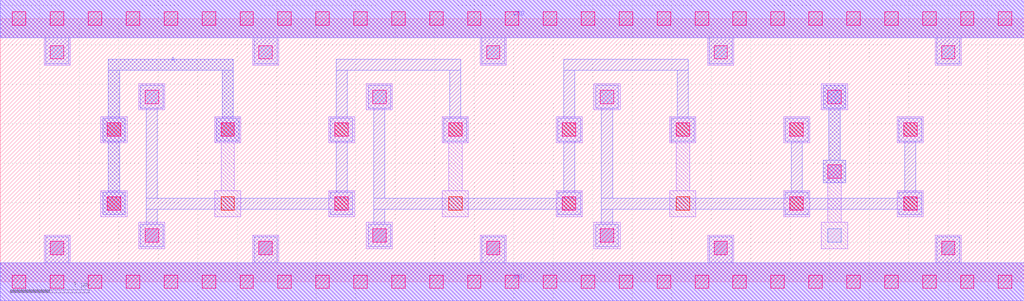
<source format=lef>
MACRO CLKBUF1
 CLASS CORE ;
 FOREIGN CLKBUF1 0 0 ;
 SIZE 12.96 BY 3.33 ;
 ORIGIN 0 0 ;
 SYMMETRY X Y R90 ;
 SITE unit ;
  PIN VDD
   DIRECTION INOUT ;
   USE POWER ;
   SHAPE ABUTMENT ;
    PORT
     CLASS CORE ;
       LAYER li1 ;
        RECT 0.00000000 3.09000000 12.96000000 3.57000000 ;
       LAYER met1 ;
        RECT 0.00000000 3.09000000 12.96000000 3.57000000 ;
    END
  END VDD

  PIN GND
   DIRECTION INOUT ;
   USE POWER ;
   SHAPE ABUTMENT ;
    PORT
     CLASS CORE ;
       LAYER li1 ;
        RECT 0.00000000 -0.24000000 12.96000000 0.24000000 ;
       LAYER met1 ;
        RECT 0.00000000 -0.24000000 12.96000000 0.24000000 ;
    END
  END GND

  PIN Y
   DIRECTION INOUT ;
   USE SIGNAL ;
   SHAPE ABUTMENT ;
    PORT
     CLASS CORE ;
       LAYER met1 ;
        RECT 10.41500000 1.25000000 10.70500000 1.54000000 ;
        RECT 10.49000000 1.54000000 10.63000000 2.19500000 ;
        RECT 10.41500000 2.19500000 10.70500000 2.48500000 ;
    END
  END Y

  PIN A
   DIRECTION INOUT ;
   USE SIGNAL ;
   SHAPE ABUTMENT ;
    PORT
     CLASS CORE ;
       LAYER met1 ;
        RECT 1.29500000 0.84500000 1.58500000 1.13500000 ;
        RECT 1.37000000 1.13500000 1.51000000 1.78000000 ;
        RECT 1.29500000 1.78000000 1.58500000 2.07000000 ;
        RECT 2.73500000 1.78000000 3.02500000 2.07000000 ;
        RECT 1.37000000 2.07000000 1.51000000 2.67500000 ;
        RECT 2.81000000 2.07000000 2.95000000 2.67500000 ;
        RECT 1.37000000 2.67500000 2.95000000 2.81500000 ;
    END
  END A

 OBS
    LAYER polycont ;
     RECT 1.35500000 0.90500000 1.52500000 1.07500000 ;
     RECT 2.79500000 0.90500000 2.96500000 1.07500000 ;
     RECT 4.23500000 0.90500000 4.40500000 1.07500000 ;
     RECT 5.67500000 0.90500000 5.84500000 1.07500000 ;
     RECT 7.11500000 0.90500000 7.28500000 1.07500000 ;
     RECT 8.55500000 0.90500000 8.72500000 1.07500000 ;
     RECT 9.99500000 0.90500000 10.16500000 1.07500000 ;
     RECT 11.43500000 0.90500000 11.60500000 1.07500000 ;
     RECT 1.35500000 1.84000000 1.52500000 2.01000000 ;
     RECT 2.79500000 1.84000000 2.96500000 2.01000000 ;
     RECT 4.23500000 1.84000000 4.40500000 2.01000000 ;
     RECT 5.67500000 1.84000000 5.84500000 2.01000000 ;
     RECT 7.11500000 1.84000000 7.28500000 2.01000000 ;
     RECT 8.55500000 1.84000000 8.72500000 2.01000000 ;
     RECT 9.99500000 1.84000000 10.16500000 2.01000000 ;
     RECT 11.43500000 1.84000000 11.60500000 2.01000000 ;

    LAYER pdiffc ;
     RECT 1.83500000 2.25500000 2.00500000 2.42500000 ;
     RECT 4.71500000 2.25500000 4.88500000 2.42500000 ;
     RECT 7.59500000 2.25500000 7.76500000 2.42500000 ;
     RECT 10.47500000 2.25500000 10.64500000 2.42500000 ;
     RECT 0.63500000 2.82000000 0.80500000 2.99000000 ;
     RECT 3.27500000 2.82000000 3.44500000 2.99000000 ;
     RECT 6.15500000 2.82000000 6.32500000 2.99000000 ;
     RECT 9.03500000 2.82000000 9.20500000 2.99000000 ;
     RECT 11.91500000 2.82000000 12.08500000 2.99000000 ;

    LAYER ndiffc ;
     RECT 0.63500000 0.34000000 0.80500000 0.51000000 ;
     RECT 3.27500000 0.34000000 3.44500000 0.51000000 ;
     RECT 6.15500000 0.34000000 6.32500000 0.51000000 ;
     RECT 9.03500000 0.34000000 9.20500000 0.51000000 ;
     RECT 11.91500000 0.34000000 12.08500000 0.51000000 ;
     RECT 1.83500000 0.50000000 2.00500000 0.67000000 ;
     RECT 4.71500000 0.50000000 4.88500000 0.67000000 ;
     RECT 7.59500000 0.50000000 7.76500000 0.67000000 ;
     RECT 10.47500000 0.50000000 10.64500000 0.67000000 ;

    LAYER li1 ;
     RECT 0.00000000 -0.24000000 12.96000000 0.24000000 ;
     RECT 0.55500000 0.24000000 0.88500000 0.59000000 ;
     RECT 3.19500000 0.24000000 3.52500000 0.59000000 ;
     RECT 6.07500000 0.24000000 6.40500000 0.59000000 ;
     RECT 8.95500000 0.24000000 9.28500000 0.59000000 ;
     RECT 11.83500000 0.24000000 12.16500000 0.59000000 ;
     RECT 1.75500000 0.42000000 2.08500000 0.75000000 ;
     RECT 4.63500000 0.42000000 4.96500000 0.75000000 ;
     RECT 7.51500000 0.42000000 7.84500000 0.75000000 ;
     RECT 1.27500000 0.82500000 1.60500000 1.15500000 ;
     RECT 4.15500000 0.82500000 4.48500000 1.15500000 ;
     RECT 7.03500000 0.82500000 7.36500000 1.15500000 ;
     RECT 9.91500000 0.82500000 10.24500000 1.15500000 ;
     RECT 11.35500000 0.82500000 11.68500000 1.15500000 ;
     RECT 10.39500000 0.42000000 10.72500000 0.75000000 ;
     RECT 10.47500000 0.75000000 10.64500000 1.48000000 ;
     RECT 1.27500000 1.76000000 1.60500000 2.09000000 ;
     RECT 2.71500000 0.82500000 3.04500000 1.15500000 ;
     RECT 2.79500000 1.15500000 2.96500000 1.76000000 ;
     RECT 2.71500000 1.76000000 3.04500000 2.09000000 ;
     RECT 4.15500000 1.76000000 4.48500000 2.09000000 ;
     RECT 5.59500000 0.82500000 5.92500000 1.15500000 ;
     RECT 5.67500000 1.15500000 5.84500000 1.76000000 ;
     RECT 5.59500000 1.76000000 5.92500000 2.09000000 ;
     RECT 7.03500000 1.76000000 7.36500000 2.09000000 ;
     RECT 8.47500000 0.82500000 8.80500000 1.15500000 ;
     RECT 8.55500000 1.15500000 8.72500000 1.76000000 ;
     RECT 8.47500000 1.76000000 8.80500000 2.09000000 ;
     RECT 9.91500000 1.76000000 10.24500000 2.09000000 ;
     RECT 11.35500000 1.76000000 11.68500000 2.09000000 ;
     RECT 1.75500000 2.17500000 2.08500000 2.50500000 ;
     RECT 4.63500000 2.17500000 4.96500000 2.50500000 ;
     RECT 7.51500000 2.17500000 7.84500000 2.50500000 ;
     RECT 10.39500000 2.17500000 10.72500000 2.50500000 ;
     RECT 0.55500000 2.74000000 0.88500000 3.09000000 ;
     RECT 3.19500000 2.74000000 3.52500000 3.09000000 ;
     RECT 6.07500000 2.74000000 6.40500000 3.09000000 ;
     RECT 8.95500000 2.74000000 9.28500000 3.09000000 ;
     RECT 11.83500000 2.74000000 12.16500000 3.09000000 ;
     RECT 0.00000000 3.09000000 12.96000000 3.57000000 ;

    LAYER viali ;
     RECT 0.15500000 -0.08500000 0.32500000 0.08500000 ;
     RECT 0.63500000 -0.08500000 0.80500000 0.08500000 ;
     RECT 1.11500000 -0.08500000 1.28500000 0.08500000 ;
     RECT 1.59500000 -0.08500000 1.76500000 0.08500000 ;
     RECT 2.07500000 -0.08500000 2.24500000 0.08500000 ;
     RECT 2.55500000 -0.08500000 2.72500000 0.08500000 ;
     RECT 3.03500000 -0.08500000 3.20500000 0.08500000 ;
     RECT 3.51500000 -0.08500000 3.68500000 0.08500000 ;
     RECT 3.99500000 -0.08500000 4.16500000 0.08500000 ;
     RECT 4.47500000 -0.08500000 4.64500000 0.08500000 ;
     RECT 4.95500000 -0.08500000 5.12500000 0.08500000 ;
     RECT 5.43500000 -0.08500000 5.60500000 0.08500000 ;
     RECT 5.91500000 -0.08500000 6.08500000 0.08500000 ;
     RECT 6.39500000 -0.08500000 6.56500000 0.08500000 ;
     RECT 6.87500000 -0.08500000 7.04500000 0.08500000 ;
     RECT 7.35500000 -0.08500000 7.52500000 0.08500000 ;
     RECT 7.83500000 -0.08500000 8.00500000 0.08500000 ;
     RECT 8.31500000 -0.08500000 8.48500000 0.08500000 ;
     RECT 8.79500000 -0.08500000 8.96500000 0.08500000 ;
     RECT 9.27500000 -0.08500000 9.44500000 0.08500000 ;
     RECT 9.75500000 -0.08500000 9.92500000 0.08500000 ;
     RECT 10.23500000 -0.08500000 10.40500000 0.08500000 ;
     RECT 10.71500000 -0.08500000 10.88500000 0.08500000 ;
     RECT 11.19500000 -0.08500000 11.36500000 0.08500000 ;
     RECT 11.67500000 -0.08500000 11.84500000 0.08500000 ;
     RECT 12.15500000 -0.08500000 12.32500000 0.08500000 ;
     RECT 12.63500000 -0.08500000 12.80500000 0.08500000 ;
     RECT 0.63500000 0.34000000 0.80500000 0.51000000 ;
     RECT 3.27500000 0.34000000 3.44500000 0.51000000 ;
     RECT 6.15500000 0.34000000 6.32500000 0.51000000 ;
     RECT 9.03500000 0.34000000 9.20500000 0.51000000 ;
     RECT 11.91500000 0.34000000 12.08500000 0.51000000 ;
     RECT 1.83500000 0.50000000 2.00500000 0.67000000 ;
     RECT 4.71500000 0.50000000 4.88500000 0.67000000 ;
     RECT 7.59500000 0.50000000 7.76500000 0.67000000 ;
     RECT 1.35500000 0.90500000 1.52500000 1.07500000 ;
     RECT 4.23500000 0.90500000 4.40500000 1.07500000 ;
     RECT 7.11500000 0.90500000 7.28500000 1.07500000 ;
     RECT 9.99500000 0.90500000 10.16500000 1.07500000 ;
     RECT 11.43500000 0.90500000 11.60500000 1.07500000 ;
     RECT 10.47500000 1.31000000 10.64500000 1.48000000 ;
     RECT 1.35500000 1.84000000 1.52500000 2.01000000 ;
     RECT 2.79500000 1.84000000 2.96500000 2.01000000 ;
     RECT 4.23500000 1.84000000 4.40500000 2.01000000 ;
     RECT 5.67500000 1.84000000 5.84500000 2.01000000 ;
     RECT 7.11500000 1.84000000 7.28500000 2.01000000 ;
     RECT 8.55500000 1.84000000 8.72500000 2.01000000 ;
     RECT 9.99500000 1.84000000 10.16500000 2.01000000 ;
     RECT 11.43500000 1.84000000 11.60500000 2.01000000 ;
     RECT 1.83500000 2.25500000 2.00500000 2.42500000 ;
     RECT 4.71500000 2.25500000 4.88500000 2.42500000 ;
     RECT 7.59500000 2.25500000 7.76500000 2.42500000 ;
     RECT 10.47500000 2.25500000 10.64500000 2.42500000 ;
     RECT 0.63500000 2.82000000 0.80500000 2.99000000 ;
     RECT 3.27500000 2.82000000 3.44500000 2.99000000 ;
     RECT 6.15500000 2.82000000 6.32500000 2.99000000 ;
     RECT 9.03500000 2.82000000 9.20500000 2.99000000 ;
     RECT 11.91500000 2.82000000 12.08500000 2.99000000 ;
     RECT 0.15500000 3.24500000 0.32500000 3.41500000 ;
     RECT 0.63500000 3.24500000 0.80500000 3.41500000 ;
     RECT 1.11500000 3.24500000 1.28500000 3.41500000 ;
     RECT 1.59500000 3.24500000 1.76500000 3.41500000 ;
     RECT 2.07500000 3.24500000 2.24500000 3.41500000 ;
     RECT 2.55500000 3.24500000 2.72500000 3.41500000 ;
     RECT 3.03500000 3.24500000 3.20500000 3.41500000 ;
     RECT 3.51500000 3.24500000 3.68500000 3.41500000 ;
     RECT 3.99500000 3.24500000 4.16500000 3.41500000 ;
     RECT 4.47500000 3.24500000 4.64500000 3.41500000 ;
     RECT 4.95500000 3.24500000 5.12500000 3.41500000 ;
     RECT 5.43500000 3.24500000 5.60500000 3.41500000 ;
     RECT 5.91500000 3.24500000 6.08500000 3.41500000 ;
     RECT 6.39500000 3.24500000 6.56500000 3.41500000 ;
     RECT 6.87500000 3.24500000 7.04500000 3.41500000 ;
     RECT 7.35500000 3.24500000 7.52500000 3.41500000 ;
     RECT 7.83500000 3.24500000 8.00500000 3.41500000 ;
     RECT 8.31500000 3.24500000 8.48500000 3.41500000 ;
     RECT 8.79500000 3.24500000 8.96500000 3.41500000 ;
     RECT 9.27500000 3.24500000 9.44500000 3.41500000 ;
     RECT 9.75500000 3.24500000 9.92500000 3.41500000 ;
     RECT 10.23500000 3.24500000 10.40500000 3.41500000 ;
     RECT 10.71500000 3.24500000 10.88500000 3.41500000 ;
     RECT 11.19500000 3.24500000 11.36500000 3.41500000 ;
     RECT 11.67500000 3.24500000 11.84500000 3.41500000 ;
     RECT 12.15500000 3.24500000 12.32500000 3.41500000 ;
     RECT 12.63500000 3.24500000 12.80500000 3.41500000 ;

    LAYER met1 ;
     RECT 0.00000000 -0.24000000 12.96000000 0.24000000 ;
     RECT 0.57500000 0.24000000 0.86500000 0.57000000 ;
     RECT 3.21500000 0.24000000 3.50500000 0.57000000 ;
     RECT 6.09500000 0.24000000 6.38500000 0.57000000 ;
     RECT 8.97500000 0.24000000 9.26500000 0.57000000 ;
     RECT 11.85500000 0.24000000 12.14500000 0.57000000 ;
     RECT 7.53500000 0.44000000 7.82500000 0.73000000 ;
     RECT 7.61000000 0.73000000 7.75000000 0.92000000 ;
     RECT 9.93500000 0.84500000 10.22500000 0.92000000 ;
     RECT 11.37500000 0.84500000 11.66500000 0.92000000 ;
     RECT 7.61000000 0.92000000 11.66500000 1.06000000 ;
     RECT 9.93500000 1.06000000 10.22500000 1.13500000 ;
     RECT 11.37500000 1.06000000 11.66500000 1.13500000 ;
     RECT 10.01000000 1.13500000 10.15000000 1.78000000 ;
     RECT 11.45000000 1.13500000 11.59000000 1.78000000 ;
     RECT 9.93500000 1.78000000 10.22500000 2.07000000 ;
     RECT 11.37500000 1.78000000 11.66500000 2.07000000 ;
     RECT 7.61000000 1.06000000 7.75000000 2.19500000 ;
     RECT 7.53500000 2.19500000 7.82500000 2.48500000 ;
     RECT 10.41500000 1.25000000 10.70500000 1.54000000 ;
     RECT 10.49000000 1.54000000 10.63000000 2.19500000 ;
     RECT 10.41500000 2.19500000 10.70500000 2.48500000 ;
     RECT 1.29500000 0.84500000 1.58500000 1.13500000 ;
     RECT 1.37000000 1.13500000 1.51000000 1.78000000 ;
     RECT 1.29500000 1.78000000 1.58500000 2.07000000 ;
     RECT 2.73500000 1.78000000 3.02500000 2.07000000 ;
     RECT 1.37000000 2.07000000 1.51000000 2.67500000 ;
     RECT 2.81000000 2.07000000 2.95000000 2.67500000 ;
     RECT 1.37000000 2.67500000 2.95000000 2.81500000 ;
     RECT 1.77500000 0.44000000 2.06500000 0.73000000 ;
     RECT 1.85000000 0.73000000 1.99000000 0.92000000 ;
     RECT 4.17500000 0.84500000 4.46500000 0.92000000 ;
     RECT 1.85000000 0.92000000 4.46500000 1.06000000 ;
     RECT 4.17500000 1.06000000 4.46500000 1.13500000 ;
     RECT 4.25000000 1.13500000 4.39000000 1.78000000 ;
     RECT 4.17500000 1.78000000 4.46500000 2.07000000 ;
     RECT 5.61500000 1.78000000 5.90500000 2.07000000 ;
     RECT 1.85000000 1.06000000 1.99000000 2.19500000 ;
     RECT 1.77500000 2.19500000 2.06500000 2.48500000 ;
     RECT 4.25000000 2.07000000 4.39000000 2.67500000 ;
     RECT 5.69000000 2.07000000 5.83000000 2.67500000 ;
     RECT 4.25000000 2.67500000 5.83000000 2.81500000 ;
     RECT 4.65500000 0.44000000 4.94500000 0.73000000 ;
     RECT 4.73000000 0.73000000 4.87000000 0.92000000 ;
     RECT 7.05500000 0.84500000 7.34500000 0.92000000 ;
     RECT 4.73000000 0.92000000 7.34500000 1.06000000 ;
     RECT 7.05500000 1.06000000 7.34500000 1.13500000 ;
     RECT 7.13000000 1.13500000 7.27000000 1.78000000 ;
     RECT 7.05500000 1.78000000 7.34500000 2.07000000 ;
     RECT 8.49500000 1.78000000 8.78500000 2.07000000 ;
     RECT 4.73000000 1.06000000 4.87000000 2.19500000 ;
     RECT 4.65500000 2.19500000 4.94500000 2.48500000 ;
     RECT 7.13000000 2.07000000 7.27000000 2.67500000 ;
     RECT 8.57000000 2.07000000 8.71000000 2.67500000 ;
     RECT 7.13000000 2.67500000 8.71000000 2.81500000 ;
     RECT 0.57500000 2.76000000 0.86500000 3.09000000 ;
     RECT 3.21500000 2.76000000 3.50500000 3.09000000 ;
     RECT 6.09500000 2.76000000 6.38500000 3.09000000 ;
     RECT 8.97500000 2.76000000 9.26500000 3.09000000 ;
     RECT 11.85500000 2.76000000 12.14500000 3.09000000 ;
     RECT 0.00000000 3.09000000 12.96000000 3.57000000 ;

 END
END CLKBUF1

</source>
